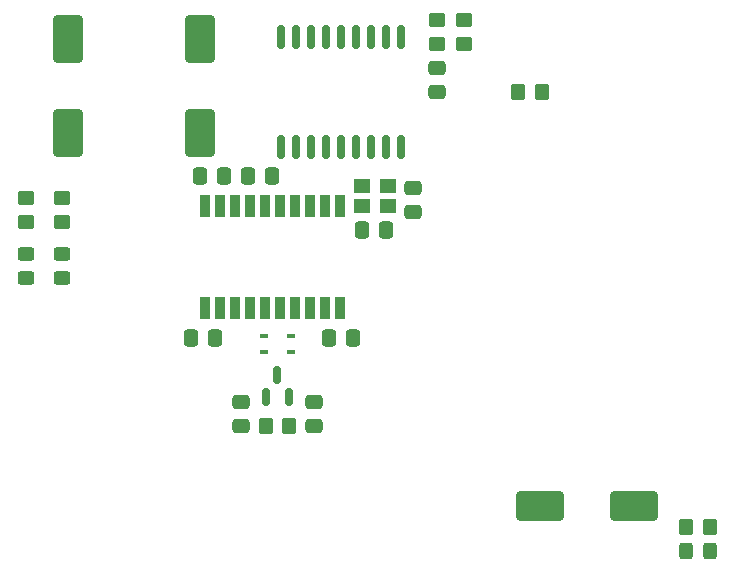
<source format=gbr>
%TF.GenerationSoftware,KiCad,Pcbnew,8.0.3-8.0.3-0~ubuntu23.10.1*%
%TF.CreationDate,2024-09-16T17:13:33+03:00*%
%TF.ProjectId,Raspberry Pi 5 shield,52617370-6265-4727-9279-205069203520,rev?*%
%TF.SameCoordinates,Original*%
%TF.FileFunction,Paste,Top*%
%TF.FilePolarity,Positive*%
%FSLAX46Y46*%
G04 Gerber Fmt 4.6, Leading zero omitted, Abs format (unit mm)*
G04 Created by KiCad (PCBNEW 8.0.3-8.0.3-0~ubuntu23.10.1) date 2024-09-16 17:13:33*
%MOMM*%
%LPD*%
G01*
G04 APERTURE LIST*
G04 Aperture macros list*
%AMRoundRect*
0 Rectangle with rounded corners*
0 $1 Rounding radius*
0 $2 $3 $4 $5 $6 $7 $8 $9 X,Y pos of 4 corners*
0 Add a 4 corners polygon primitive as box body*
4,1,4,$2,$3,$4,$5,$6,$7,$8,$9,$2,$3,0*
0 Add four circle primitives for the rounded corners*
1,1,$1+$1,$2,$3*
1,1,$1+$1,$4,$5*
1,1,$1+$1,$6,$7*
1,1,$1+$1,$8,$9*
0 Add four rect primitives between the rounded corners*
20,1,$1+$1,$2,$3,$4,$5,0*
20,1,$1+$1,$4,$5,$6,$7,0*
20,1,$1+$1,$6,$7,$8,$9,0*
20,1,$1+$1,$8,$9,$2,$3,0*%
G04 Aperture macros list end*
%ADD10RoundRect,0.250000X0.337500X0.475000X-0.337500X0.475000X-0.337500X-0.475000X0.337500X-0.475000X0*%
%ADD11RoundRect,0.250000X0.450000X-0.350000X0.450000X0.350000X-0.450000X0.350000X-0.450000X-0.350000X0*%
%ADD12RoundRect,0.250000X0.350000X0.450000X-0.350000X0.450000X-0.350000X-0.450000X0.350000X-0.450000X0*%
%ADD13RoundRect,0.250000X-0.450000X0.350000X-0.450000X-0.350000X0.450000X-0.350000X0.450000X0.350000X0*%
%ADD14R,1.400000X1.200000*%
%ADD15RoundRect,0.150000X0.150000X-0.587500X0.150000X0.587500X-0.150000X0.587500X-0.150000X-0.587500X0*%
%ADD16RoundRect,0.250000X0.475000X-0.337500X0.475000X0.337500X-0.475000X0.337500X-0.475000X-0.337500X0*%
%ADD17RoundRect,0.250000X-0.350000X-0.450000X0.350000X-0.450000X0.350000X0.450000X-0.350000X0.450000X0*%
%ADD18RoundRect,0.250000X-0.450000X0.325000X-0.450000X-0.325000X0.450000X-0.325000X0.450000X0.325000X0*%
%ADD19RoundRect,0.250000X1.750000X1.000000X-1.750000X1.000000X-1.750000X-1.000000X1.750000X-1.000000X0*%
%ADD20RoundRect,0.250000X-1.000000X1.750000X-1.000000X-1.750000X1.000000X-1.750000X1.000000X1.750000X0*%
%ADD21R,0.800000X0.400000*%
%ADD22RoundRect,0.250000X0.325000X0.450000X-0.325000X0.450000X-0.325000X-0.450000X0.325000X-0.450000X0*%
%ADD23RoundRect,0.250000X-0.475000X0.337500X-0.475000X-0.337500X0.475000X-0.337500X0.475000X0.337500X0*%
%ADD24RoundRect,0.150000X0.150000X-0.875000X0.150000X0.875000X-0.150000X0.875000X-0.150000X-0.875000X0*%
%ADD25R,0.900000X1.900000*%
G04 APERTURE END LIST*
D10*
%TO.C,C3*%
X135149500Y-100704000D03*
X133074500Y-100704000D03*
%TD*%
D11*
%TO.C,R6*%
X107442000Y-90872000D03*
X107442000Y-88872000D03*
%TD*%
D12*
%TO.C,R4*%
X151114000Y-79876000D03*
X149114000Y-79876000D03*
%TD*%
D10*
%TO.C,C1*%
X124266400Y-86988000D03*
X122191400Y-86988000D03*
%TD*%
D13*
%TO.C,R2*%
X142240000Y-73796000D03*
X142240000Y-75796000D03*
%TD*%
D14*
%TO.C,Y1*%
X138130000Y-87862000D03*
X135930000Y-87862000D03*
X135930000Y-89562000D03*
X138130000Y-89562000D03*
%TD*%
D10*
%TO.C,C2*%
X128330400Y-86988000D03*
X126255400Y-86988000D03*
%TD*%
D15*
%TO.C,D2*%
X127790500Y-105685000D03*
X129690500Y-105685000D03*
X128740500Y-103810000D03*
%TD*%
D10*
%TO.C,C10*%
X137943500Y-91560000D03*
X135868500Y-91560000D03*
%TD*%
D16*
%TO.C,C6*%
X125692500Y-108149500D03*
X125692500Y-106074500D03*
%TD*%
D11*
%TO.C,R1*%
X144526000Y-75796000D03*
X144526000Y-73796000D03*
%TD*%
D17*
%TO.C,R3*%
X127762000Y-108128000D03*
X129762000Y-108128000D03*
%TD*%
D18*
%TO.C,D4*%
X107442000Y-93592000D03*
X107442000Y-95642000D03*
%TD*%
D19*
%TO.C,C13*%
X158940000Y-114928000D03*
X150940000Y-114928000D03*
%TD*%
D20*
%TO.C,C7*%
X122174000Y-75368000D03*
X122174000Y-83368000D03*
%TD*%
D21*
%TO.C,FL1*%
X129928000Y-101862000D03*
X129928000Y-100562000D03*
X127628000Y-100562000D03*
X127628000Y-101862000D03*
%TD*%
D12*
%TO.C,R5*%
X165338000Y-116706000D03*
X163338000Y-116706000D03*
%TD*%
D22*
%TO.C,D3*%
X165363000Y-118738000D03*
X163313000Y-118738000D03*
%TD*%
D16*
%TO.C,C8*%
X140208000Y-90057500D03*
X140208000Y-87982500D03*
%TD*%
D23*
%TO.C,C12*%
X142240000Y-77822500D03*
X142240000Y-79897500D03*
%TD*%
D11*
%TO.C,R7*%
X110490000Y-90872000D03*
X110490000Y-88872000D03*
%TD*%
D24*
%TO.C,U1*%
X129032000Y-84526000D03*
X130302000Y-84526000D03*
X131572000Y-84526000D03*
X132842000Y-84526000D03*
X134112000Y-84526000D03*
X135382000Y-84526000D03*
X136652000Y-84526000D03*
X137922000Y-84526000D03*
X139192000Y-84526000D03*
X139192000Y-75226000D03*
X137922000Y-75226000D03*
X136652000Y-75226000D03*
X135382000Y-75226000D03*
X134112000Y-75226000D03*
X132842000Y-75226000D03*
X131572000Y-75226000D03*
X130302000Y-75226000D03*
X129032000Y-75226000D03*
%TD*%
D25*
%TO.C,D1*%
X134023900Y-89496000D03*
X132753900Y-89496000D03*
X131483900Y-89496000D03*
X130213900Y-89496000D03*
X128943900Y-89496000D03*
X127673900Y-89496000D03*
X126403900Y-89496000D03*
X125133900Y-89496000D03*
X123863900Y-89496000D03*
X122593900Y-89496000D03*
X122593900Y-98196000D03*
X123863900Y-98196000D03*
X125133900Y-98196000D03*
X126403900Y-98196000D03*
X127673900Y-98196000D03*
X128943900Y-98196000D03*
X130213900Y-98196000D03*
X131483900Y-98196000D03*
X132753900Y-98196000D03*
X134023900Y-98196000D03*
%TD*%
D18*
%TO.C,D5*%
X110482000Y-93592000D03*
X110482000Y-95642000D03*
%TD*%
D23*
%TO.C,C5*%
X131810000Y-106074500D03*
X131810000Y-108149500D03*
%TD*%
D20*
%TO.C,C9*%
X110998000Y-75368000D03*
X110998000Y-83368000D03*
%TD*%
D10*
%TO.C,C4*%
X123465500Y-100704000D03*
X121390500Y-100704000D03*
%TD*%
M02*

</source>
